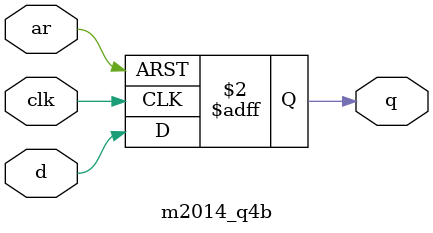
<source format=v>
module m2014_q4b(
	input clk,
	input d,
	input ar,
	output reg q
);
	// DFF with asynchronous reset
	always @(posedge clk or posedge ar) begin
		if (ar)
			q <= 1'b0;
		else
			q <= d;
	end
	
endmodule

</source>
